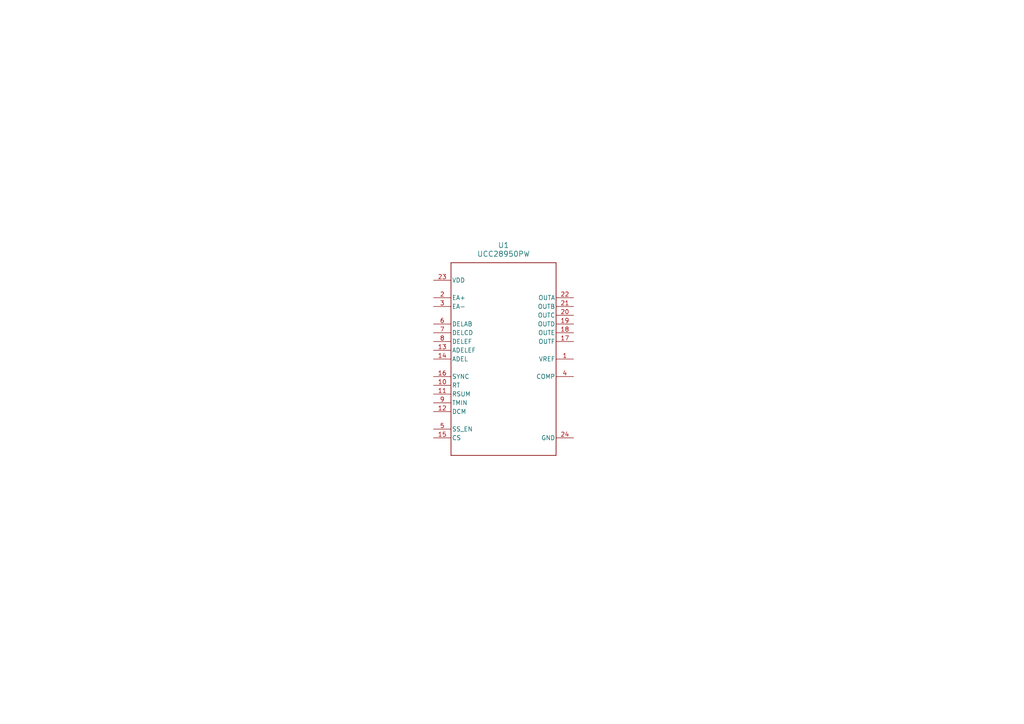
<source format=kicad_sch>
(kicad_sch (version 20230121) (generator eeschema)
  (paper "A4")
  (lib_symbols
    (symbol "full bridge smps:UCC28950PW" (pin_names (offset 0.254))
      (property "Reference" "U" (at 0 2.54 0))
      (property "Value" "UCC28950PW" (at 0 0 0))
      (symbol "UCC28950PW_0_1"
        (polyline (pts (xy -15.24 -27.94) (xy 15.24 -27.94)) (stroke (width 0.2032)))
        (polyline (pts (xy -15.24 27.94) (xy -15.24 -27.94)) (stroke (width 0.2032)))
        (polyline (pts (xy 15.24 -27.94) (xy 15.24 27.94)) (stroke (width 0.2032)))
        (polyline (pts (xy 15.24 27.94) (xy -15.24 27.94)) (stroke (width 0.2032)))
        (pin output line (at 20.32 0 180) (length 5.08) (name "VREF") (number "1"))
        (pin input line (at -20.32 -7.62 0) (length 5.08) (name "RT") (number "10"))
        (pin input line (at -20.32 -10.16 0) (length 5.08) (name "RSUM") (number "11"))
        (pin input line (at -20.32 -15.24 0) (length 5.08) (name "DCM") (number "12"))
        (pin input line (at -20.32 2.54 0) (length 5.08) (name "ADELEF") (number "13"))
        (pin input line (at -20.32 0 0) (length 5.08) (name "ADEL") (number "14"))
        (pin input line (at -20.32 -22.86 0) (length 5.08) (name "CS") (number "15"))
        (pin bidirectional line (at -20.32 -5.08 0) (length 5.08) (name "SYNC") (number "16"))
        (pin output line (at 20.32 5.08 180) (length 5.08) (name "OUTF") (number "17"))
        (pin output line (at 20.32 7.62 180) (length 5.08) (name "OUTE") (number "18"))
        (pin output line (at 20.32 10.16 180) (length 5.08) (name "OUTD") (number "19"))
        (pin input line (at -20.32 17.78 0) (length 5.08) (name "EA+") (number "2"))
        (pin output line (at 20.32 12.7 180) (length 5.08) (name "OUTC") (number "20"))
        (pin output line (at 20.32 15.24 180) (length 5.08) (name "OUTB") (number "21"))
        (pin output line (at 20.32 17.78 180) (length 5.08) (name "OUTA") (number "22"))
        (pin power_in line (at -20.32 22.86 0) (length 5.08) (name "VDD") (number "23"))
        (pin power_in line (at 20.32 -22.86 180) (length 5.08) (name "GND") (number "24"))
        (pin input line (at -20.32 15.24 0) (length 5.08) (name "EA-") (number "3"))
        (pin bidirectional line (at 20.32 -5.08 180) (length 5.08) (name "COMP") (number "4"))
        (pin input line (at -20.32 -20.32 0) (length 5.08) (name "SS_EN") (number "5"))
        (pin input line (at -20.32 10.16 0) (length 5.08) (name "DELAB") (number "6"))
        (pin input line (at -20.32 7.62 0) (length 5.08) (name "DELCD") (number "7"))
        (pin input line (at -20.32 5.08 0) (length 5.08) (name "DELEF") (number "8"))
        (pin input line (at -20.32 -12.7 0) (length 5.08) (name "TMIN") (number "9"))
      )
    )
  )
  (symbol (lib_id "full bridge smps:UCC28950PW") (at 146.05 104.14 0) (unit 1)
    (property "Reference" "U1" (at 146.05 71.12 0) (effects (font (size 1.524 1.524))))
    (property "Value" "UCC28950PW" (at 146.05 73.66 0) (effects (font (size 1.524 1.524))))
    (property "Footprint" "full bridge smps:UCC28950" (effects hide))
    (property "Datasheet" "UCC28950PW" (effects hide))
  )
)
</source>
